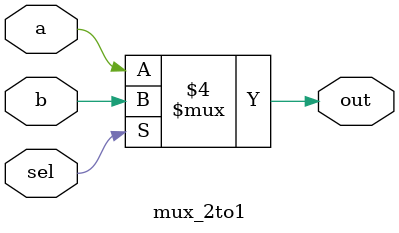
<source format=sv>
module top_module (
	input a,
	input b,
	input sel,
	output out
);

	// Declare internal wires
	wire mux_out;
	
	// Instantiate the multiplexer
	mux_2to1 u1 (
		.a(a),
		.b(b),
		.sel(sel),
		.out(mux_out)
	);
	
	// Assign the output of the multiplexer to the output of the top module
	assign out = mux_out;

endmodule
module mux_2to1 (
	input a,
	input b,
	input sel,
	output reg out
);
	always @(*)
	begin
		if (sel == 1'b0)
			out = a;
		else
			out = b;
	end
endmodule

</source>
